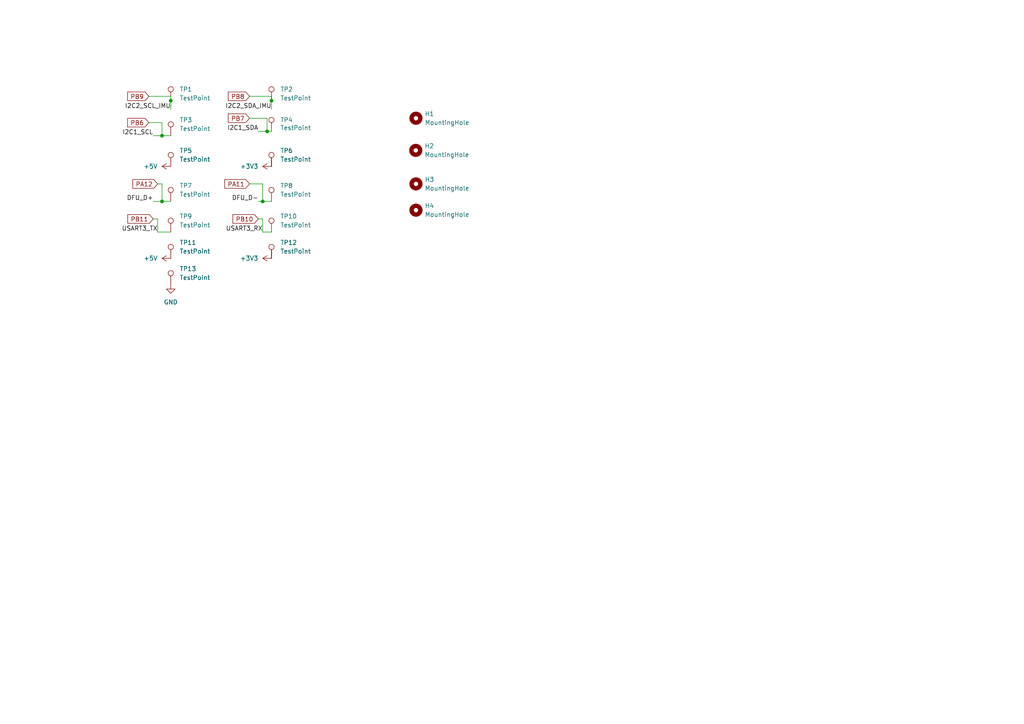
<source format=kicad_sch>
(kicad_sch (version 20231120) (generator "eeschema") (generator_version "8.0")
  (paper "A4")
  (lib_symbols
    (symbol "Connector:TestPoint" (pin_numbers hide) (pin_names (offset 0.762) hide)
      (property "Reference" "TP" (at 0 6.858 0))
      (property "Value" "TestPoint" (at 0 5.08 0))
      (symbol "TestPoint_0_1"
        (circle (center 0 3.302) (radius 0.762))
      )
      (symbol "TestPoint_1_1"
        (pin passive line (at 0 0 90) (length 2.54) (name "1") (number "1"))
      )
    )
    (symbol "Mechanical:MountingHole" (pin_names (offset 1.016)) (exclude_from_sim yes) (in_bom no)
      (property "Reference" "H" (at 0 5.08 0))
      (property "Value" "MountingHole" (at 0 3.175 0))
      (symbol "MountingHole_0_1"
        (circle (center 0 0) (radius 1.27) (stroke (width 1.27)))
      )
    )
    (symbol "power:+3V3" (power) (pin_numbers hide) (pin_names (offset 0) hide)
      (property "Value" "+3V3" (at 0 3.556 0))
      (symbol "+3V3_0_1"
        (polyline (pts (xy -0.762 1.27) (xy 0 2.54)))
        (polyline (pts (xy 0 0) (xy 0 2.54)))
        (polyline (pts (xy 0 2.54) (xy 0.762 1.27)))
      )
      (symbol "+3V3_1_1"
        (pin power_in line (at 0 0 90) (length 0) (name "~") (number "1"))
      )
    )
    (symbol "power:+5V" (power) (pin_numbers hide) (pin_names (offset 0) hide)
      (property "Value" "+5V" (at 0 3.556 0))
      (symbol "+5V_0_1"
        (polyline (pts (xy -0.762 1.27) (xy 0 2.54)))
        (polyline (pts (xy 0 0) (xy 0 2.54)))
        (polyline (pts (xy 0 2.54) (xy 0.762 1.27)))
      )
      (symbol "+5V_1_1"
        (pin power_in line (at 0 0 90) (length 0) (name "~") (number "1"))
      )
    )
    (symbol "power:GND" (power) (pin_numbers hide) (pin_names (offset 0) hide)
      (property "Value" "GND" (at 0 -3.81 0))
      (symbol "GND_0_1"
        (polyline (pts (xy 0 0) (xy 0 -1.27) (xy 1.27 -1.27) (xy 0 -2.54) (xy -1.27 -1.27) (xy 0 -1.27)))
      )
      (symbol "GND_1_1"
        (pin power_in line (at 0 0 270) (length 0) (name "~") (number "1"))
      )
    )
  )
  (junction (at 49.53 29.21))
  (junction (at 78.74 29.21))
  (junction (at 46.99 58.42))
  (junction (at 77.47 38.1))
  (junction (at 46.99 39.37))
  (junction (at 76.2 58.42))
  (wire (pts (xy 72.39 53.34) (xy 76.2 53.34)))
  (wire (pts (xy 44.45 58.42) (xy 46.99 58.42)))
  (wire (pts (xy 72.39 27.94) (xy 78.74 27.94)))
  (wire (pts (xy 44.45 39.37) (xy 46.99 39.37)))
  (wire (pts (xy 43.18 35.56) (xy 46.99 35.56)))
  (wire (pts (xy 77.47 38.1) (xy 78.74 38.1)))
  (wire (pts (xy 44.45 63.5) (xy 45.72 63.5)))
  (wire (pts (xy 74.93 63.5) (xy 76.2 63.5)))
  (wire (pts (xy 45.72 63.5) (xy 45.72 67.31)))
  (wire (pts (xy 74.93 58.42) (xy 76.2 58.42)))
  (wire (pts (xy 46.99 35.56) (xy 46.99 39.37)))
  (wire (pts (xy 43.18 27.94) (xy 49.53 27.94)))
  (wire (pts (xy 76.2 58.42) (xy 78.74 58.42)))
  (wire (pts (xy 49.53 27.94) (xy 49.53 29.21)))
  (wire (pts (xy 74.93 38.1) (xy 77.47 38.1)))
  (wire (pts (xy 72.39 34.29) (xy 77.47 34.29)))
  (wire (pts (xy 45.72 53.34) (xy 46.99 53.34)))
  (wire (pts (xy 76.2 53.34) (xy 76.2 58.42)))
  (wire (pts (xy 78.74 27.94) (xy 78.74 29.21)))
  (wire (pts (xy 76.2 63.5) (xy 76.2 67.31)))
  (wire (pts (xy 45.72 67.31) (xy 49.53 67.31)))
  (wire (pts (xy 78.74 29.21) (xy 78.74 31.75)))
  (wire (pts (xy 46.99 58.42) (xy 49.53 58.42)))
  (wire (pts (xy 49.53 31.75) (xy 49.53 29.21)))
  (wire (pts (xy 46.99 53.34) (xy 46.99 58.42)))
  (wire (pts (xy 46.99 39.37) (xy 49.53 39.37)))
  (wire (pts (xy 77.47 34.29) (xy 77.47 38.1)))
  (wire (pts (xy 76.2 67.31) (xy 78.74 67.31)))
  (label "I2C1_SDA" (at 74.93 38.1 180))
  (label "I2C1_SCL" (at 44.45 39.37 180))
  (label "DFU_D-" (at 74.93 58.42 180))
  (label "I2C2_SDA_IMU" (at 78.74 31.75 180))
  (label "DFU_D+" (at 44.45 58.42 180))
  (label "I2C2_SCL_IMU" (at 49.53 31.75 180))
  (label "USART3_RX" (at 76.2 67.31 180))
  (label "USART3_TX" (at 45.72 67.31 180))
  (global_label "PB6" (shape input) (at 43.18 35.56 180) (property "Intersheetrefs" "${INTERSHEET_REFS}" (effects (hide yes))))
  (global_label "PB7" (shape input) (at 72.39 34.29 180) (property "Intersheetrefs" "${INTERSHEET_REFS}" (effects (hide yes))))
  (global_label "PB10" (shape input) (at 74.93 63.5 180) (property "Intersheetrefs" "${INTERSHEET_REFS}" (effects (hide yes))))
  (global_label "PA11" (shape input) (at 72.39 53.34 180) (property "Intersheetrefs" "${INTERSHEET_REFS}" (effects (hide yes))))
  (global_label "PA12" (shape input) (at 45.72 53.34 180) (property "Intersheetrefs" "${INTERSHEET_REFS}" (effects (hide yes))))
  (global_label "PB11" (shape input) (at 44.45 63.5 180) (property "Intersheetrefs" "${INTERSHEET_REFS}" (effects (hide yes))))
  (global_label "PB8" (shape input) (at 72.39 27.94 180) (property "Intersheetrefs" "${INTERSHEET_REFS}" (effects (hide yes))))
  (global_label "PB9" (shape input) (at 43.18 27.94 180) (property "Intersheetrefs" "${INTERSHEET_REFS}" (effects (hide yes))))
  (symbol (lib_id "Connector:TestPoint") (at 49.53 29.21 0) (unit 1)
    (property "Reference" "TP1" (at 52.07 25.908 0) (effects (justify left)))
    (property "Value" "TestPoint" (at 52.07 28.448 0) (effects (justify left)))
    (property "Footprint" "TestPoint:TestPoint_Pad_D1.5mm" (effects (hide yes)))
    (property "Description" "test point" (effects (hide yes)))
  )
  (symbol (lib_id "Connector:TestPoint") (at 49.53 82.55 0) (unit 1)
    (property "Reference" "TP13" (at 52.07 77.9779 0) (effects (justify left)))
    (property "Value" "TestPoint" (at 52.07 80.5179 0) (effects (justify left)))
    (property "Footprint" "TestPoint:TestPoint_Loop_D2.60mm_Drill1.4mm_Beaded" (effects (hide yes)))
    (property "Description" "test point" (effects (hide yes)))
  )
  (symbol (lib_id "Connector:TestPoint") (at 49.53 74.93 0) (unit 1)
    (property "Reference" "TP11" (at 52.07 70.3579 0) (effects (justify left)))
    (property "Value" "TestPoint" (at 52.07 72.8979 0) (effects (justify left)))
    (property "Footprint" "TestPoint:TestPoint_Pad_D1.5mm" (effects (hide yes)))
    (property "Description" "test point" (effects (hide yes)))
  )
  (symbol (lib_id "Mechanical:MountingHole") (at 120.65 53.34 0) (unit 1) (exclude_from_sim yes) (in_bom no)
    (property "Reference" "H3" (at 123.19 52.0699 0) (effects (justify left)))
    (property "Value" "MountingHole" (at 123.19 54.6099 0) (effects (justify left)))
    (property "Footprint" "MountingHole:MountingHole_3.2mm_M3_ISO7380" (effects (hide yes)))
    (property "Description" "Mounting Hole without connection" (effects (hide yes)))
  )
  (symbol (lib_id "Mechanical:MountingHole") (at 120.65 34.29 0) (unit 1) (exclude_from_sim yes) (in_bom no)
    (property "Reference" "H1" (at 123.19 33.0199 0) (effects (justify left)))
    (property "Value" "MountingHole" (at 123.19 35.5599 0) (effects (justify left)))
    (property "Footprint" "MountingHole:MountingHole_3.2mm_M3_ISO7380" (effects (hide yes)))
    (property "Description" "Mounting Hole without connection" (effects (hide yes)))
  )
  (symbol (lib_id "Connector:TestPoint") (at 49.53 48.26 0) (unit 1)
    (property "Reference" "TP5" (at 52.07 43.6879 0) (effects (justify left)))
    (property "Value" "TestPoint" (at 52.07 46.2279 0) (effects (justify left)))
    (property "Footprint" "TestPoint:TestPoint_Pad_D1.5mm" (effects (hide yes)))
    (property "Description" "test point" (effects (hide yes)))
  )
  (symbol (lib_id "Connector:TestPoint") (at 78.74 38.1 0) (unit 1)
    (property "Reference" "TP4" (at 81.28 34.798 0) (effects (justify left)))
    (property "Value" "TestPoint" (at 81.28 37.084 0) (effects (justify left)))
    (property "Footprint" "TestPoint:TestPoint_Pad_D1.5mm" (effects (hide yes)))
    (property "Description" "test point" (effects (hide yes)))
  )
  (symbol (lib_id "Connector:TestPoint") (at 78.74 29.21 0) (unit 1)
    (property "Reference" "TP2" (at 81.28 25.908 0) (effects (justify left)))
    (property "Value" "TestPoint" (at 81.28 28.448 0) (effects (justify left)))
    (property "Footprint" "TestPoint:TestPoint_Pad_D1.5mm" (effects (hide yes)))
    (property "Description" "test point" (effects (hide yes)))
  )
  (symbol (lib_id "power:+5V") (at 49.53 74.93 90) (unit 1)
    (property "Reference" "#PWR0101" (effects (hide yes)))
    (property "Value" "+5V" (at 45.72 74.9299 90) (effects (justify left)))
    (property "Description" "Power symbol creates a global label with name \"+5V\"" (effects (hide yes)))
  )
  (symbol (lib_id "Connector:TestPoint") (at 78.74 67.31 0) (unit 1)
    (property "Reference" "TP10" (at 81.28 62.7379 0) (effects (justify left)))
    (property "Value" "TestPoint" (at 81.28 65.2779 0) (effects (justify left)))
    (property "Footprint" "TestPoint:TestPoint_Pad_D1.5mm" (effects (hide yes)))
    (property "Description" "test point" (effects (hide yes)))
  )
  (symbol (lib_id "Mechanical:MountingHole") (at 120.591 43.6172 0) (unit 1) (exclude_from_sim yes) (in_bom no)
    (property "Reference" "H2" (at 123.131 42.3471 0) (effects (justify left)))
    (property "Value" "MountingHole" (at 123.131 44.8871 0) (effects (justify left)))
    (property "Footprint" "MountingHole:MountingHole_3.2mm_M3_ISO7380" (effects (hide yes)))
    (property "Description" "Mounting Hole without connection" (effects (hide yes)))
  )
  (symbol (lib_id "Connector:TestPoint") (at 49.53 58.42 0) (unit 1)
    (property "Reference" "TP7" (at 52.07 53.8479 0) (effects (justify left)))
    (property "Value" "TestPoint" (at 52.07 56.3879 0) (effects (justify left)))
    (property "Footprint" "TestPoint:TestPoint_Pad_D1.5mm" (effects (hide yes)))
    (property "Description" "test point" (effects (hide yes)))
  )
  (symbol (lib_id "Connector:TestPoint") (at 78.74 74.93 0) (unit 1)
    (property "Reference" "TP12" (at 81.28 70.3579 0) (effects (justify left)))
    (property "Value" "TestPoint" (at 81.28 72.8979 0) (effects (justify left)))
    (property "Footprint" "TestPoint:TestPoint_Pad_D1.5mm" (effects (hide yes)))
    (property "Description" "test point" (effects (hide yes)))
  )
  (symbol (lib_id "power:GND") (at 49.53 82.55 0) (unit 1)
    (property "Reference" "#PWR0103" (effects (hide yes)))
    (property "Value" "GND" (at 49.53 87.63 0))
    (property "Description" "Power symbol creates a global label with name \"GND\" , ground" (effects (hide yes)))
  )
  (symbol (lib_id "power:+3V3") (at 78.74 48.26 90) (unit 1)
    (property "Reference" "#PWR0100" (effects (hide yes)))
    (property "Value" "+3V3" (at 74.93 48.2599 90) (effects (justify left)))
    (property "Description" "Power symbol creates a global label with name \"+3V3\"" (effects (hide yes)))
  )
  (symbol (lib_id "power:+3V3") (at 78.74 74.93 90) (unit 1)
    (property "Reference" "#PWR0102" (effects (hide yes)))
    (property "Value" "+3V3" (at 74.93 74.9299 90) (effects (justify left)))
    (property "Description" "Power symbol creates a global label with name \"+3V3\"" (effects (hide yes)))
  )
  (symbol (lib_id "Connector:TestPoint") (at 49.53 67.31 0) (unit 1)
    (property "Reference" "TP9" (at 52.07 62.7379 0) (effects (justify left)))
    (property "Value" "TestPoint" (at 52.07 65.2779 0) (effects (justify left)))
    (property "Footprint" "TestPoint:TestPoint_Pad_D1.5mm" (effects (hide yes)))
    (property "Description" "test point" (effects (hide yes)))
  )
  (symbol (lib_id "Mechanical:MountingHole") (at 120.65 60.96 0) (unit 1) (exclude_from_sim yes) (in_bom no)
    (property "Reference" "H4" (at 123.19 59.6899 0) (effects (justify left)))
    (property "Value" "MountingHole" (at 123.19 62.2299 0) (effects (justify left)))
    (property "Footprint" "MountingHole:MountingHole_3.2mm_M3_ISO7380" (effects (hide yes)))
    (property "Description" "Mounting Hole without connection" (effects (hide yes)))
  )
  (symbol (lib_id "power:+5V") (at 49.53 48.26 90) (unit 1)
    (property "Reference" "#PWR087" (effects (hide yes)))
    (property "Value" "+5V" (at 45.72 48.2599 90) (effects (justify left)))
    (property "Description" "Power symbol creates a global label with name \"+5V\"" (effects (hide yes)))
  )
  (symbol (lib_id "Connector:TestPoint") (at 78.74 58.42 0) (unit 1)
    (property "Reference" "TP8" (at 81.28 53.8479 0) (effects (justify left)))
    (property "Value" "TestPoint" (at 81.28 56.3879 0) (effects (justify left)))
    (property "Footprint" "TestPoint:TestPoint_Pad_D1.5mm" (effects (hide yes)))
    (property "Description" "test point" (effects (hide yes)))
  )
  (symbol (lib_id "Connector:TestPoint") (at 49.53 39.37 0) (unit 1)
    (property "Reference" "TP3" (at 52.07 34.7979 0) (effects (justify left)))
    (property "Value" "TestPoint" (at 52.07 37.3379 0) (effects (justify left)))
    (property "Footprint" "TestPoint:TestPoint_Pad_D1.5mm" (effects (hide yes)))
    (property "Description" "test point" (effects (hide yes)))
  )
  (symbol (lib_id "Connector:TestPoint") (at 78.74 48.26 0) (unit 1)
    (property "Reference" "TP6" (at 81.28 43.6879 0) (effects (justify left)))
    (property "Value" "TestPoint" (at 81.28 46.2279 0) (effects (justify left)))
    (property "Footprint" "TestPoint:TestPoint_Pad_D1.5mm" (effects (hide yes)))
    (property "Description" "test point" (effects (hide yes)))
  )
)
</source>
